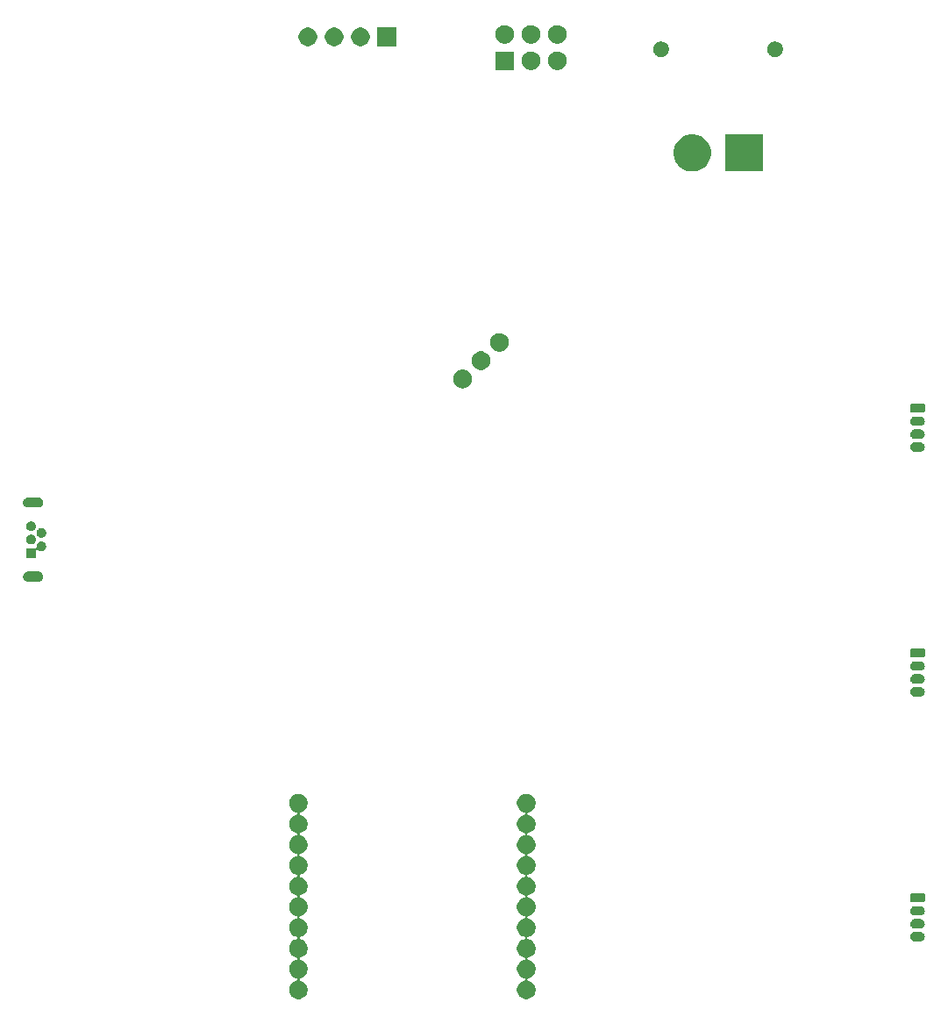
<source format=gbr>
G04 #@! TF.GenerationSoftware,KiCad,Pcbnew,(5.1.5)-3*
G04 #@! TF.CreationDate,2020-04-11T17:23:27+08:00*
G04 #@! TF.ProjectId,Misaka,4d697361-6b61-42e6-9b69-6361645f7063,rev?*
G04 #@! TF.SameCoordinates,Original*
G04 #@! TF.FileFunction,Soldermask,Bot*
G04 #@! TF.FilePolarity,Negative*
%FSLAX46Y46*%
G04 Gerber Fmt 4.6, Leading zero omitted, Abs format (unit mm)*
G04 Created by KiCad (PCBNEW (5.1.5)-3) date 2020-04-11 17:23:27*
%MOMM*%
%LPD*%
G04 APERTURE LIST*
%ADD10C,0.100000*%
G04 APERTURE END LIST*
D10*
G36*
X69013512Y-99453927D02*
G01*
X69162812Y-99483624D01*
X69326784Y-99551544D01*
X69474354Y-99650147D01*
X69599853Y-99775646D01*
X69698456Y-99923216D01*
X69766376Y-100087188D01*
X69801000Y-100261259D01*
X69801000Y-100438741D01*
X69766376Y-100612812D01*
X69698456Y-100776784D01*
X69599853Y-100924354D01*
X69474354Y-101049853D01*
X69326784Y-101148456D01*
X69162812Y-101216376D01*
X69107362Y-101227405D01*
X69083922Y-101234516D01*
X69062311Y-101246067D01*
X69043369Y-101261613D01*
X69027824Y-101280555D01*
X69016273Y-101302165D01*
X69009160Y-101325614D01*
X69006758Y-101350000D01*
X69009160Y-101374387D01*
X69016273Y-101397835D01*
X69027824Y-101419446D01*
X69043370Y-101438388D01*
X69062312Y-101453933D01*
X69083922Y-101465484D01*
X69107362Y-101472595D01*
X69162812Y-101483624D01*
X69326784Y-101551544D01*
X69474354Y-101650147D01*
X69599853Y-101775646D01*
X69698456Y-101923216D01*
X69766376Y-102087188D01*
X69801000Y-102261259D01*
X69801000Y-102438741D01*
X69766376Y-102612812D01*
X69698456Y-102776784D01*
X69599853Y-102924354D01*
X69474354Y-103049853D01*
X69326784Y-103148456D01*
X69162812Y-103216376D01*
X69107362Y-103227405D01*
X69083922Y-103234516D01*
X69062311Y-103246067D01*
X69043369Y-103261613D01*
X69027824Y-103280555D01*
X69016273Y-103302165D01*
X69009160Y-103325614D01*
X69006758Y-103350000D01*
X69009160Y-103374387D01*
X69016273Y-103397835D01*
X69027824Y-103419446D01*
X69043370Y-103438388D01*
X69062312Y-103453933D01*
X69083922Y-103465484D01*
X69107362Y-103472595D01*
X69162812Y-103483624D01*
X69326784Y-103551544D01*
X69474354Y-103650147D01*
X69599853Y-103775646D01*
X69698456Y-103923216D01*
X69766376Y-104087188D01*
X69801000Y-104261259D01*
X69801000Y-104438741D01*
X69766376Y-104612812D01*
X69698456Y-104776784D01*
X69599853Y-104924354D01*
X69474354Y-105049853D01*
X69326784Y-105148456D01*
X69162812Y-105216376D01*
X69107362Y-105227405D01*
X69083922Y-105234516D01*
X69062311Y-105246067D01*
X69043369Y-105261613D01*
X69027824Y-105280555D01*
X69016273Y-105302165D01*
X69009160Y-105325614D01*
X69006758Y-105350000D01*
X69009160Y-105374387D01*
X69016273Y-105397835D01*
X69027824Y-105419446D01*
X69043370Y-105438388D01*
X69062312Y-105453933D01*
X69083922Y-105465484D01*
X69107362Y-105472595D01*
X69162812Y-105483624D01*
X69326784Y-105551544D01*
X69474354Y-105650147D01*
X69599853Y-105775646D01*
X69698456Y-105923216D01*
X69766376Y-106087188D01*
X69801000Y-106261259D01*
X69801000Y-106438741D01*
X69766376Y-106612812D01*
X69698456Y-106776784D01*
X69599853Y-106924354D01*
X69474354Y-107049853D01*
X69326784Y-107148456D01*
X69162812Y-107216376D01*
X69107362Y-107227405D01*
X69083922Y-107234516D01*
X69062311Y-107246067D01*
X69043369Y-107261613D01*
X69027824Y-107280555D01*
X69016273Y-107302165D01*
X69009160Y-107325614D01*
X69006758Y-107350000D01*
X69009160Y-107374387D01*
X69016273Y-107397835D01*
X69027824Y-107419446D01*
X69043370Y-107438388D01*
X69062312Y-107453933D01*
X69083922Y-107465484D01*
X69107362Y-107472595D01*
X69162812Y-107483624D01*
X69326784Y-107551544D01*
X69474354Y-107650147D01*
X69599853Y-107775646D01*
X69698456Y-107923216D01*
X69766376Y-108087188D01*
X69801000Y-108261259D01*
X69801000Y-108438741D01*
X69766376Y-108612812D01*
X69698456Y-108776784D01*
X69599853Y-108924354D01*
X69474354Y-109049853D01*
X69326784Y-109148456D01*
X69162812Y-109216376D01*
X69107362Y-109227405D01*
X69083922Y-109234516D01*
X69062311Y-109246067D01*
X69043369Y-109261613D01*
X69027824Y-109280555D01*
X69016273Y-109302165D01*
X69009160Y-109325614D01*
X69006758Y-109350000D01*
X69009160Y-109374387D01*
X69016273Y-109397835D01*
X69027824Y-109419446D01*
X69043370Y-109438388D01*
X69062312Y-109453933D01*
X69083922Y-109465484D01*
X69107362Y-109472595D01*
X69162812Y-109483624D01*
X69326784Y-109551544D01*
X69474354Y-109650147D01*
X69599853Y-109775646D01*
X69698456Y-109923216D01*
X69766376Y-110087188D01*
X69801000Y-110261259D01*
X69801000Y-110438741D01*
X69766376Y-110612812D01*
X69698456Y-110776784D01*
X69599853Y-110924354D01*
X69474354Y-111049853D01*
X69326784Y-111148456D01*
X69162812Y-111216376D01*
X69107362Y-111227405D01*
X69083922Y-111234516D01*
X69062311Y-111246067D01*
X69043369Y-111261613D01*
X69027824Y-111280555D01*
X69016273Y-111302165D01*
X69009160Y-111325614D01*
X69006758Y-111350000D01*
X69009160Y-111374387D01*
X69016273Y-111397835D01*
X69027824Y-111419446D01*
X69043370Y-111438388D01*
X69062312Y-111453933D01*
X69083922Y-111465484D01*
X69107362Y-111472595D01*
X69162812Y-111483624D01*
X69326784Y-111551544D01*
X69474354Y-111650147D01*
X69599853Y-111775646D01*
X69698456Y-111923216D01*
X69766376Y-112087188D01*
X69801000Y-112261259D01*
X69801000Y-112438741D01*
X69766376Y-112612812D01*
X69698456Y-112776784D01*
X69599853Y-112924354D01*
X69474354Y-113049853D01*
X69326784Y-113148456D01*
X69162812Y-113216376D01*
X69107362Y-113227405D01*
X69083922Y-113234516D01*
X69062311Y-113246067D01*
X69043369Y-113261613D01*
X69027824Y-113280555D01*
X69016273Y-113302165D01*
X69009160Y-113325614D01*
X69006758Y-113350000D01*
X69009160Y-113374387D01*
X69016273Y-113397835D01*
X69027824Y-113419446D01*
X69043370Y-113438388D01*
X69062312Y-113453933D01*
X69083922Y-113465484D01*
X69107362Y-113472595D01*
X69162812Y-113483624D01*
X69326784Y-113551544D01*
X69474354Y-113650147D01*
X69599853Y-113775646D01*
X69698456Y-113923216D01*
X69766376Y-114087188D01*
X69801000Y-114261259D01*
X69801000Y-114438741D01*
X69766376Y-114612812D01*
X69698456Y-114776784D01*
X69599853Y-114924354D01*
X69474354Y-115049853D01*
X69326784Y-115148456D01*
X69162812Y-115216376D01*
X69107362Y-115227405D01*
X69083922Y-115234516D01*
X69062311Y-115246067D01*
X69043369Y-115261613D01*
X69027824Y-115280555D01*
X69016273Y-115302165D01*
X69009160Y-115325614D01*
X69006758Y-115350000D01*
X69009160Y-115374387D01*
X69016273Y-115397835D01*
X69027824Y-115419446D01*
X69043370Y-115438388D01*
X69062312Y-115453933D01*
X69083922Y-115465484D01*
X69107362Y-115472595D01*
X69162812Y-115483624D01*
X69326784Y-115551544D01*
X69474354Y-115650147D01*
X69599853Y-115775646D01*
X69698456Y-115923216D01*
X69766376Y-116087188D01*
X69801000Y-116261259D01*
X69801000Y-116438741D01*
X69766376Y-116612812D01*
X69698456Y-116776784D01*
X69599853Y-116924354D01*
X69474354Y-117049853D01*
X69326784Y-117148456D01*
X69162812Y-117216376D01*
X69107362Y-117227405D01*
X69083922Y-117234516D01*
X69062311Y-117246067D01*
X69043369Y-117261613D01*
X69027824Y-117280555D01*
X69016273Y-117302165D01*
X69009160Y-117325614D01*
X69006758Y-117350000D01*
X69009160Y-117374387D01*
X69016273Y-117397835D01*
X69027824Y-117419446D01*
X69043370Y-117438388D01*
X69062312Y-117453933D01*
X69083922Y-117465484D01*
X69107362Y-117472595D01*
X69162812Y-117483624D01*
X69326784Y-117551544D01*
X69474354Y-117650147D01*
X69599853Y-117775646D01*
X69698456Y-117923216D01*
X69766376Y-118087188D01*
X69801000Y-118261259D01*
X69801000Y-118438741D01*
X69766376Y-118612812D01*
X69698456Y-118776784D01*
X69599853Y-118924354D01*
X69474354Y-119049853D01*
X69326784Y-119148456D01*
X69162812Y-119216376D01*
X69013512Y-119246073D01*
X68988742Y-119251000D01*
X68811258Y-119251000D01*
X68786488Y-119246073D01*
X68637188Y-119216376D01*
X68473216Y-119148456D01*
X68325646Y-119049853D01*
X68200147Y-118924354D01*
X68101544Y-118776784D01*
X68033624Y-118612812D01*
X67999000Y-118438741D01*
X67999000Y-118261259D01*
X68033624Y-118087188D01*
X68101544Y-117923216D01*
X68200147Y-117775646D01*
X68325646Y-117650147D01*
X68473216Y-117551544D01*
X68637188Y-117483624D01*
X68692638Y-117472595D01*
X68716078Y-117465484D01*
X68737689Y-117453933D01*
X68756631Y-117438387D01*
X68772176Y-117419445D01*
X68783727Y-117397835D01*
X68790840Y-117374386D01*
X68793242Y-117350000D01*
X68790840Y-117325613D01*
X68783727Y-117302165D01*
X68772176Y-117280554D01*
X68756630Y-117261612D01*
X68737688Y-117246067D01*
X68716078Y-117234516D01*
X68692638Y-117227405D01*
X68637188Y-117216376D01*
X68473216Y-117148456D01*
X68325646Y-117049853D01*
X68200147Y-116924354D01*
X68101544Y-116776784D01*
X68033624Y-116612812D01*
X67999000Y-116438741D01*
X67999000Y-116261259D01*
X68033624Y-116087188D01*
X68101544Y-115923216D01*
X68200147Y-115775646D01*
X68325646Y-115650147D01*
X68473216Y-115551544D01*
X68637188Y-115483624D01*
X68692638Y-115472595D01*
X68716078Y-115465484D01*
X68737689Y-115453933D01*
X68756631Y-115438387D01*
X68772176Y-115419445D01*
X68783727Y-115397835D01*
X68790840Y-115374386D01*
X68793242Y-115350000D01*
X68790840Y-115325613D01*
X68783727Y-115302165D01*
X68772176Y-115280554D01*
X68756630Y-115261612D01*
X68737688Y-115246067D01*
X68716078Y-115234516D01*
X68692638Y-115227405D01*
X68637188Y-115216376D01*
X68473216Y-115148456D01*
X68325646Y-115049853D01*
X68200147Y-114924354D01*
X68101544Y-114776784D01*
X68033624Y-114612812D01*
X67999000Y-114438741D01*
X67999000Y-114261259D01*
X68033624Y-114087188D01*
X68101544Y-113923216D01*
X68200147Y-113775646D01*
X68325646Y-113650147D01*
X68473216Y-113551544D01*
X68637188Y-113483624D01*
X68692638Y-113472595D01*
X68716078Y-113465484D01*
X68737689Y-113453933D01*
X68756631Y-113438387D01*
X68772176Y-113419445D01*
X68783727Y-113397835D01*
X68790840Y-113374386D01*
X68793242Y-113350000D01*
X68790840Y-113325613D01*
X68783727Y-113302165D01*
X68772176Y-113280554D01*
X68756630Y-113261612D01*
X68737688Y-113246067D01*
X68716078Y-113234516D01*
X68692638Y-113227405D01*
X68637188Y-113216376D01*
X68473216Y-113148456D01*
X68325646Y-113049853D01*
X68200147Y-112924354D01*
X68101544Y-112776784D01*
X68033624Y-112612812D01*
X67999000Y-112438741D01*
X67999000Y-112261259D01*
X68033624Y-112087188D01*
X68101544Y-111923216D01*
X68200147Y-111775646D01*
X68325646Y-111650147D01*
X68473216Y-111551544D01*
X68637188Y-111483624D01*
X68692638Y-111472595D01*
X68716078Y-111465484D01*
X68737689Y-111453933D01*
X68756631Y-111438387D01*
X68772176Y-111419445D01*
X68783727Y-111397835D01*
X68790840Y-111374386D01*
X68793242Y-111350000D01*
X68790840Y-111325613D01*
X68783727Y-111302165D01*
X68772176Y-111280554D01*
X68756630Y-111261612D01*
X68737688Y-111246067D01*
X68716078Y-111234516D01*
X68692638Y-111227405D01*
X68637188Y-111216376D01*
X68473216Y-111148456D01*
X68325646Y-111049853D01*
X68200147Y-110924354D01*
X68101544Y-110776784D01*
X68033624Y-110612812D01*
X67999000Y-110438741D01*
X67999000Y-110261259D01*
X68033624Y-110087188D01*
X68101544Y-109923216D01*
X68200147Y-109775646D01*
X68325646Y-109650147D01*
X68473216Y-109551544D01*
X68637188Y-109483624D01*
X68692638Y-109472595D01*
X68716078Y-109465484D01*
X68737689Y-109453933D01*
X68756631Y-109438387D01*
X68772176Y-109419445D01*
X68783727Y-109397835D01*
X68790840Y-109374386D01*
X68793242Y-109350000D01*
X68790840Y-109325613D01*
X68783727Y-109302165D01*
X68772176Y-109280554D01*
X68756630Y-109261612D01*
X68737688Y-109246067D01*
X68716078Y-109234516D01*
X68692638Y-109227405D01*
X68637188Y-109216376D01*
X68473216Y-109148456D01*
X68325646Y-109049853D01*
X68200147Y-108924354D01*
X68101544Y-108776784D01*
X68033624Y-108612812D01*
X67999000Y-108438741D01*
X67999000Y-108261259D01*
X68033624Y-108087188D01*
X68101544Y-107923216D01*
X68200147Y-107775646D01*
X68325646Y-107650147D01*
X68473216Y-107551544D01*
X68637188Y-107483624D01*
X68692638Y-107472595D01*
X68716078Y-107465484D01*
X68737689Y-107453933D01*
X68756631Y-107438387D01*
X68772176Y-107419445D01*
X68783727Y-107397835D01*
X68790840Y-107374386D01*
X68793242Y-107350000D01*
X68790840Y-107325613D01*
X68783727Y-107302165D01*
X68772176Y-107280554D01*
X68756630Y-107261612D01*
X68737688Y-107246067D01*
X68716078Y-107234516D01*
X68692638Y-107227405D01*
X68637188Y-107216376D01*
X68473216Y-107148456D01*
X68325646Y-107049853D01*
X68200147Y-106924354D01*
X68101544Y-106776784D01*
X68033624Y-106612812D01*
X67999000Y-106438741D01*
X67999000Y-106261259D01*
X68033624Y-106087188D01*
X68101544Y-105923216D01*
X68200147Y-105775646D01*
X68325646Y-105650147D01*
X68473216Y-105551544D01*
X68637188Y-105483624D01*
X68692638Y-105472595D01*
X68716078Y-105465484D01*
X68737689Y-105453933D01*
X68756631Y-105438387D01*
X68772176Y-105419445D01*
X68783727Y-105397835D01*
X68790840Y-105374386D01*
X68793242Y-105350000D01*
X68790840Y-105325613D01*
X68783727Y-105302165D01*
X68772176Y-105280554D01*
X68756630Y-105261612D01*
X68737688Y-105246067D01*
X68716078Y-105234516D01*
X68692638Y-105227405D01*
X68637188Y-105216376D01*
X68473216Y-105148456D01*
X68325646Y-105049853D01*
X68200147Y-104924354D01*
X68101544Y-104776784D01*
X68033624Y-104612812D01*
X67999000Y-104438741D01*
X67999000Y-104261259D01*
X68033624Y-104087188D01*
X68101544Y-103923216D01*
X68200147Y-103775646D01*
X68325646Y-103650147D01*
X68473216Y-103551544D01*
X68637188Y-103483624D01*
X68692638Y-103472595D01*
X68716078Y-103465484D01*
X68737689Y-103453933D01*
X68756631Y-103438387D01*
X68772176Y-103419445D01*
X68783727Y-103397835D01*
X68790840Y-103374386D01*
X68793242Y-103350000D01*
X68790840Y-103325613D01*
X68783727Y-103302165D01*
X68772176Y-103280554D01*
X68756630Y-103261612D01*
X68737688Y-103246067D01*
X68716078Y-103234516D01*
X68692638Y-103227405D01*
X68637188Y-103216376D01*
X68473216Y-103148456D01*
X68325646Y-103049853D01*
X68200147Y-102924354D01*
X68101544Y-102776784D01*
X68033624Y-102612812D01*
X67999000Y-102438741D01*
X67999000Y-102261259D01*
X68033624Y-102087188D01*
X68101544Y-101923216D01*
X68200147Y-101775646D01*
X68325646Y-101650147D01*
X68473216Y-101551544D01*
X68637188Y-101483624D01*
X68692638Y-101472595D01*
X68716078Y-101465484D01*
X68737689Y-101453933D01*
X68756631Y-101438387D01*
X68772176Y-101419445D01*
X68783727Y-101397835D01*
X68790840Y-101374386D01*
X68793242Y-101350000D01*
X68790840Y-101325613D01*
X68783727Y-101302165D01*
X68772176Y-101280554D01*
X68756630Y-101261612D01*
X68737688Y-101246067D01*
X68716078Y-101234516D01*
X68692638Y-101227405D01*
X68637188Y-101216376D01*
X68473216Y-101148456D01*
X68325646Y-101049853D01*
X68200147Y-100924354D01*
X68101544Y-100776784D01*
X68033624Y-100612812D01*
X67999000Y-100438741D01*
X67999000Y-100261259D01*
X68033624Y-100087188D01*
X68101544Y-99923216D01*
X68200147Y-99775646D01*
X68325646Y-99650147D01*
X68473216Y-99551544D01*
X68637188Y-99483624D01*
X68786488Y-99453927D01*
X68811258Y-99449000D01*
X68988742Y-99449000D01*
X69013512Y-99453927D01*
G37*
G36*
X47013512Y-99453927D02*
G01*
X47162812Y-99483624D01*
X47326784Y-99551544D01*
X47474354Y-99650147D01*
X47599853Y-99775646D01*
X47698456Y-99923216D01*
X47766376Y-100087188D01*
X47801000Y-100261259D01*
X47801000Y-100438741D01*
X47766376Y-100612812D01*
X47698456Y-100776784D01*
X47599853Y-100924354D01*
X47474354Y-101049853D01*
X47326784Y-101148456D01*
X47162812Y-101216376D01*
X47107362Y-101227405D01*
X47083922Y-101234516D01*
X47062311Y-101246067D01*
X47043369Y-101261613D01*
X47027824Y-101280555D01*
X47016273Y-101302165D01*
X47009160Y-101325614D01*
X47006758Y-101350000D01*
X47009160Y-101374387D01*
X47016273Y-101397835D01*
X47027824Y-101419446D01*
X47043370Y-101438388D01*
X47062312Y-101453933D01*
X47083922Y-101465484D01*
X47107362Y-101472595D01*
X47162812Y-101483624D01*
X47326784Y-101551544D01*
X47474354Y-101650147D01*
X47599853Y-101775646D01*
X47698456Y-101923216D01*
X47766376Y-102087188D01*
X47801000Y-102261259D01*
X47801000Y-102438741D01*
X47766376Y-102612812D01*
X47698456Y-102776784D01*
X47599853Y-102924354D01*
X47474354Y-103049853D01*
X47326784Y-103148456D01*
X47162812Y-103216376D01*
X47107362Y-103227405D01*
X47083922Y-103234516D01*
X47062311Y-103246067D01*
X47043369Y-103261613D01*
X47027824Y-103280555D01*
X47016273Y-103302165D01*
X47009160Y-103325614D01*
X47006758Y-103350000D01*
X47009160Y-103374387D01*
X47016273Y-103397835D01*
X47027824Y-103419446D01*
X47043370Y-103438388D01*
X47062312Y-103453933D01*
X47083922Y-103465484D01*
X47107362Y-103472595D01*
X47162812Y-103483624D01*
X47326784Y-103551544D01*
X47474354Y-103650147D01*
X47599853Y-103775646D01*
X47698456Y-103923216D01*
X47766376Y-104087188D01*
X47801000Y-104261259D01*
X47801000Y-104438741D01*
X47766376Y-104612812D01*
X47698456Y-104776784D01*
X47599853Y-104924354D01*
X47474354Y-105049853D01*
X47326784Y-105148456D01*
X47162812Y-105216376D01*
X47107362Y-105227405D01*
X47083922Y-105234516D01*
X47062311Y-105246067D01*
X47043369Y-105261613D01*
X47027824Y-105280555D01*
X47016273Y-105302165D01*
X47009160Y-105325614D01*
X47006758Y-105350000D01*
X47009160Y-105374387D01*
X47016273Y-105397835D01*
X47027824Y-105419446D01*
X47043370Y-105438388D01*
X47062312Y-105453933D01*
X47083922Y-105465484D01*
X47107362Y-105472595D01*
X47162812Y-105483624D01*
X47326784Y-105551544D01*
X47474354Y-105650147D01*
X47599853Y-105775646D01*
X47698456Y-105923216D01*
X47766376Y-106087188D01*
X47801000Y-106261259D01*
X47801000Y-106438741D01*
X47766376Y-106612812D01*
X47698456Y-106776784D01*
X47599853Y-106924354D01*
X47474354Y-107049853D01*
X47326784Y-107148456D01*
X47162812Y-107216376D01*
X47107362Y-107227405D01*
X47083922Y-107234516D01*
X47062311Y-107246067D01*
X47043369Y-107261613D01*
X47027824Y-107280555D01*
X47016273Y-107302165D01*
X47009160Y-107325614D01*
X47006758Y-107350000D01*
X47009160Y-107374387D01*
X47016273Y-107397835D01*
X47027824Y-107419446D01*
X47043370Y-107438388D01*
X47062312Y-107453933D01*
X47083922Y-107465484D01*
X47107362Y-107472595D01*
X47162812Y-107483624D01*
X47326784Y-107551544D01*
X47474354Y-107650147D01*
X47599853Y-107775646D01*
X47698456Y-107923216D01*
X47766376Y-108087188D01*
X47801000Y-108261259D01*
X47801000Y-108438741D01*
X47766376Y-108612812D01*
X47698456Y-108776784D01*
X47599853Y-108924354D01*
X47474354Y-109049853D01*
X47326784Y-109148456D01*
X47162812Y-109216376D01*
X47107362Y-109227405D01*
X47083922Y-109234516D01*
X47062311Y-109246067D01*
X47043369Y-109261613D01*
X47027824Y-109280555D01*
X47016273Y-109302165D01*
X47009160Y-109325614D01*
X47006758Y-109350000D01*
X47009160Y-109374387D01*
X47016273Y-109397835D01*
X47027824Y-109419446D01*
X47043370Y-109438388D01*
X47062312Y-109453933D01*
X47083922Y-109465484D01*
X47107362Y-109472595D01*
X47162812Y-109483624D01*
X47326784Y-109551544D01*
X47474354Y-109650147D01*
X47599853Y-109775646D01*
X47698456Y-109923216D01*
X47766376Y-110087188D01*
X47801000Y-110261259D01*
X47801000Y-110438741D01*
X47766376Y-110612812D01*
X47698456Y-110776784D01*
X47599853Y-110924354D01*
X47474354Y-111049853D01*
X47326784Y-111148456D01*
X47162812Y-111216376D01*
X47107362Y-111227405D01*
X47083922Y-111234516D01*
X47062311Y-111246067D01*
X47043369Y-111261613D01*
X47027824Y-111280555D01*
X47016273Y-111302165D01*
X47009160Y-111325614D01*
X47006758Y-111350000D01*
X47009160Y-111374387D01*
X47016273Y-111397835D01*
X47027824Y-111419446D01*
X47043370Y-111438388D01*
X47062312Y-111453933D01*
X47083922Y-111465484D01*
X47107362Y-111472595D01*
X47162812Y-111483624D01*
X47326784Y-111551544D01*
X47474354Y-111650147D01*
X47599853Y-111775646D01*
X47698456Y-111923216D01*
X47766376Y-112087188D01*
X47801000Y-112261259D01*
X47801000Y-112438741D01*
X47766376Y-112612812D01*
X47698456Y-112776784D01*
X47599853Y-112924354D01*
X47474354Y-113049853D01*
X47326784Y-113148456D01*
X47162812Y-113216376D01*
X47107362Y-113227405D01*
X47083922Y-113234516D01*
X47062311Y-113246067D01*
X47043369Y-113261613D01*
X47027824Y-113280555D01*
X47016273Y-113302165D01*
X47009160Y-113325614D01*
X47006758Y-113350000D01*
X47009160Y-113374387D01*
X47016273Y-113397835D01*
X47027824Y-113419446D01*
X47043370Y-113438388D01*
X47062312Y-113453933D01*
X47083922Y-113465484D01*
X47107362Y-113472595D01*
X47162812Y-113483624D01*
X47326784Y-113551544D01*
X47474354Y-113650147D01*
X47599853Y-113775646D01*
X47698456Y-113923216D01*
X47766376Y-114087188D01*
X47801000Y-114261259D01*
X47801000Y-114438741D01*
X47766376Y-114612812D01*
X47698456Y-114776784D01*
X47599853Y-114924354D01*
X47474354Y-115049853D01*
X47326784Y-115148456D01*
X47162812Y-115216376D01*
X47107362Y-115227405D01*
X47083922Y-115234516D01*
X47062311Y-115246067D01*
X47043369Y-115261613D01*
X47027824Y-115280555D01*
X47016273Y-115302165D01*
X47009160Y-115325614D01*
X47006758Y-115350000D01*
X47009160Y-115374387D01*
X47016273Y-115397835D01*
X47027824Y-115419446D01*
X47043370Y-115438388D01*
X47062312Y-115453933D01*
X47083922Y-115465484D01*
X47107362Y-115472595D01*
X47162812Y-115483624D01*
X47326784Y-115551544D01*
X47474354Y-115650147D01*
X47599853Y-115775646D01*
X47698456Y-115923216D01*
X47766376Y-116087188D01*
X47801000Y-116261259D01*
X47801000Y-116438741D01*
X47766376Y-116612812D01*
X47698456Y-116776784D01*
X47599853Y-116924354D01*
X47474354Y-117049853D01*
X47326784Y-117148456D01*
X47162812Y-117216376D01*
X47107362Y-117227405D01*
X47083922Y-117234516D01*
X47062311Y-117246067D01*
X47043369Y-117261613D01*
X47027824Y-117280555D01*
X47016273Y-117302165D01*
X47009160Y-117325614D01*
X47006758Y-117350000D01*
X47009160Y-117374387D01*
X47016273Y-117397835D01*
X47027824Y-117419446D01*
X47043370Y-117438388D01*
X47062312Y-117453933D01*
X47083922Y-117465484D01*
X47107362Y-117472595D01*
X47162812Y-117483624D01*
X47326784Y-117551544D01*
X47474354Y-117650147D01*
X47599853Y-117775646D01*
X47698456Y-117923216D01*
X47766376Y-118087188D01*
X47801000Y-118261259D01*
X47801000Y-118438741D01*
X47766376Y-118612812D01*
X47698456Y-118776784D01*
X47599853Y-118924354D01*
X47474354Y-119049853D01*
X47326784Y-119148456D01*
X47162812Y-119216376D01*
X47013512Y-119246073D01*
X46988742Y-119251000D01*
X46811258Y-119251000D01*
X46786488Y-119246073D01*
X46637188Y-119216376D01*
X46473216Y-119148456D01*
X46325646Y-119049853D01*
X46200147Y-118924354D01*
X46101544Y-118776784D01*
X46033624Y-118612812D01*
X45999000Y-118438741D01*
X45999000Y-118261259D01*
X46033624Y-118087188D01*
X46101544Y-117923216D01*
X46200147Y-117775646D01*
X46325646Y-117650147D01*
X46473216Y-117551544D01*
X46637188Y-117483624D01*
X46692638Y-117472595D01*
X46716078Y-117465484D01*
X46737689Y-117453933D01*
X46756631Y-117438387D01*
X46772176Y-117419445D01*
X46783727Y-117397835D01*
X46790840Y-117374386D01*
X46793242Y-117350000D01*
X46790840Y-117325613D01*
X46783727Y-117302165D01*
X46772176Y-117280554D01*
X46756630Y-117261612D01*
X46737688Y-117246067D01*
X46716078Y-117234516D01*
X46692638Y-117227405D01*
X46637188Y-117216376D01*
X46473216Y-117148456D01*
X46325646Y-117049853D01*
X46200147Y-116924354D01*
X46101544Y-116776784D01*
X46033624Y-116612812D01*
X45999000Y-116438741D01*
X45999000Y-116261259D01*
X46033624Y-116087188D01*
X46101544Y-115923216D01*
X46200147Y-115775646D01*
X46325646Y-115650147D01*
X46473216Y-115551544D01*
X46637188Y-115483624D01*
X46692638Y-115472595D01*
X46716078Y-115465484D01*
X46737689Y-115453933D01*
X46756631Y-115438387D01*
X46772176Y-115419445D01*
X46783727Y-115397835D01*
X46790840Y-115374386D01*
X46793242Y-115350000D01*
X46790840Y-115325613D01*
X46783727Y-115302165D01*
X46772176Y-115280554D01*
X46756630Y-115261612D01*
X46737688Y-115246067D01*
X46716078Y-115234516D01*
X46692638Y-115227405D01*
X46637188Y-115216376D01*
X46473216Y-115148456D01*
X46325646Y-115049853D01*
X46200147Y-114924354D01*
X46101544Y-114776784D01*
X46033624Y-114612812D01*
X45999000Y-114438741D01*
X45999000Y-114261259D01*
X46033624Y-114087188D01*
X46101544Y-113923216D01*
X46200147Y-113775646D01*
X46325646Y-113650147D01*
X46473216Y-113551544D01*
X46637188Y-113483624D01*
X46692638Y-113472595D01*
X46716078Y-113465484D01*
X46737689Y-113453933D01*
X46756631Y-113438387D01*
X46772176Y-113419445D01*
X46783727Y-113397835D01*
X46790840Y-113374386D01*
X46793242Y-113350000D01*
X46790840Y-113325613D01*
X46783727Y-113302165D01*
X46772176Y-113280554D01*
X46756630Y-113261612D01*
X46737688Y-113246067D01*
X46716078Y-113234516D01*
X46692638Y-113227405D01*
X46637188Y-113216376D01*
X46473216Y-113148456D01*
X46325646Y-113049853D01*
X46200147Y-112924354D01*
X46101544Y-112776784D01*
X46033624Y-112612812D01*
X45999000Y-112438741D01*
X45999000Y-112261259D01*
X46033624Y-112087188D01*
X46101544Y-111923216D01*
X46200147Y-111775646D01*
X46325646Y-111650147D01*
X46473216Y-111551544D01*
X46637188Y-111483624D01*
X46692638Y-111472595D01*
X46716078Y-111465484D01*
X46737689Y-111453933D01*
X46756631Y-111438387D01*
X46772176Y-111419445D01*
X46783727Y-111397835D01*
X46790840Y-111374386D01*
X46793242Y-111350000D01*
X46790840Y-111325613D01*
X46783727Y-111302165D01*
X46772176Y-111280554D01*
X46756630Y-111261612D01*
X46737688Y-111246067D01*
X46716078Y-111234516D01*
X46692638Y-111227405D01*
X46637188Y-111216376D01*
X46473216Y-111148456D01*
X46325646Y-111049853D01*
X46200147Y-110924354D01*
X46101544Y-110776784D01*
X46033624Y-110612812D01*
X45999000Y-110438741D01*
X45999000Y-110261259D01*
X46033624Y-110087188D01*
X46101544Y-109923216D01*
X46200147Y-109775646D01*
X46325646Y-109650147D01*
X46473216Y-109551544D01*
X46637188Y-109483624D01*
X46692638Y-109472595D01*
X46716078Y-109465484D01*
X46737689Y-109453933D01*
X46756631Y-109438387D01*
X46772176Y-109419445D01*
X46783727Y-109397835D01*
X46790840Y-109374386D01*
X46793242Y-109350000D01*
X46790840Y-109325613D01*
X46783727Y-109302165D01*
X46772176Y-109280554D01*
X46756630Y-109261612D01*
X46737688Y-109246067D01*
X46716078Y-109234516D01*
X46692638Y-109227405D01*
X46637188Y-109216376D01*
X46473216Y-109148456D01*
X46325646Y-109049853D01*
X46200147Y-108924354D01*
X46101544Y-108776784D01*
X46033624Y-108612812D01*
X45999000Y-108438741D01*
X45999000Y-108261259D01*
X46033624Y-108087188D01*
X46101544Y-107923216D01*
X46200147Y-107775646D01*
X46325646Y-107650147D01*
X46473216Y-107551544D01*
X46637188Y-107483624D01*
X46692638Y-107472595D01*
X46716078Y-107465484D01*
X46737689Y-107453933D01*
X46756631Y-107438387D01*
X46772176Y-107419445D01*
X46783727Y-107397835D01*
X46790840Y-107374386D01*
X46793242Y-107350000D01*
X46790840Y-107325613D01*
X46783727Y-107302165D01*
X46772176Y-107280554D01*
X46756630Y-107261612D01*
X46737688Y-107246067D01*
X46716078Y-107234516D01*
X46692638Y-107227405D01*
X46637188Y-107216376D01*
X46473216Y-107148456D01*
X46325646Y-107049853D01*
X46200147Y-106924354D01*
X46101544Y-106776784D01*
X46033624Y-106612812D01*
X45999000Y-106438741D01*
X45999000Y-106261259D01*
X46033624Y-106087188D01*
X46101544Y-105923216D01*
X46200147Y-105775646D01*
X46325646Y-105650147D01*
X46473216Y-105551544D01*
X46637188Y-105483624D01*
X46692638Y-105472595D01*
X46716078Y-105465484D01*
X46737689Y-105453933D01*
X46756631Y-105438387D01*
X46772176Y-105419445D01*
X46783727Y-105397835D01*
X46790840Y-105374386D01*
X46793242Y-105350000D01*
X46790840Y-105325613D01*
X46783727Y-105302165D01*
X46772176Y-105280554D01*
X46756630Y-105261612D01*
X46737688Y-105246067D01*
X46716078Y-105234516D01*
X46692638Y-105227405D01*
X46637188Y-105216376D01*
X46473216Y-105148456D01*
X46325646Y-105049853D01*
X46200147Y-104924354D01*
X46101544Y-104776784D01*
X46033624Y-104612812D01*
X45999000Y-104438741D01*
X45999000Y-104261259D01*
X46033624Y-104087188D01*
X46101544Y-103923216D01*
X46200147Y-103775646D01*
X46325646Y-103650147D01*
X46473216Y-103551544D01*
X46637188Y-103483624D01*
X46692638Y-103472595D01*
X46716078Y-103465484D01*
X46737689Y-103453933D01*
X46756631Y-103438387D01*
X46772176Y-103419445D01*
X46783727Y-103397835D01*
X46790840Y-103374386D01*
X46793242Y-103350000D01*
X46790840Y-103325613D01*
X46783727Y-103302165D01*
X46772176Y-103280554D01*
X46756630Y-103261612D01*
X46737688Y-103246067D01*
X46716078Y-103234516D01*
X46692638Y-103227405D01*
X46637188Y-103216376D01*
X46473216Y-103148456D01*
X46325646Y-103049853D01*
X46200147Y-102924354D01*
X46101544Y-102776784D01*
X46033624Y-102612812D01*
X45999000Y-102438741D01*
X45999000Y-102261259D01*
X46033624Y-102087188D01*
X46101544Y-101923216D01*
X46200147Y-101775646D01*
X46325646Y-101650147D01*
X46473216Y-101551544D01*
X46637188Y-101483624D01*
X46692638Y-101472595D01*
X46716078Y-101465484D01*
X46737689Y-101453933D01*
X46756631Y-101438387D01*
X46772176Y-101419445D01*
X46783727Y-101397835D01*
X46790840Y-101374386D01*
X46793242Y-101350000D01*
X46790840Y-101325613D01*
X46783727Y-101302165D01*
X46772176Y-101280554D01*
X46756630Y-101261612D01*
X46737688Y-101246067D01*
X46716078Y-101234516D01*
X46692638Y-101227405D01*
X46637188Y-101216376D01*
X46473216Y-101148456D01*
X46325646Y-101049853D01*
X46200147Y-100924354D01*
X46101544Y-100776784D01*
X46033624Y-100612812D01*
X45999000Y-100438741D01*
X45999000Y-100261259D01*
X46033624Y-100087188D01*
X46101544Y-99923216D01*
X46200147Y-99775646D01*
X46325646Y-99650147D01*
X46473216Y-99551544D01*
X46637188Y-99483624D01*
X46786488Y-99453927D01*
X46811258Y-99449000D01*
X46988742Y-99449000D01*
X47013512Y-99453927D01*
G37*
G36*
X107018410Y-112779525D02*
G01*
X107103426Y-112805314D01*
X107181775Y-112847193D01*
X107250449Y-112903551D01*
X107306807Y-112972225D01*
X107348686Y-113050574D01*
X107374475Y-113135590D01*
X107383182Y-113224000D01*
X107374475Y-113312410D01*
X107348686Y-113397426D01*
X107306807Y-113475775D01*
X107250449Y-113544449D01*
X107181775Y-113600807D01*
X107103426Y-113642686D01*
X107018410Y-113668475D01*
X106952158Y-113675000D01*
X106407842Y-113675000D01*
X106341590Y-113668475D01*
X106256574Y-113642686D01*
X106178225Y-113600807D01*
X106109551Y-113544449D01*
X106053193Y-113475775D01*
X106011314Y-113397426D01*
X105985525Y-113312410D01*
X105976818Y-113224000D01*
X105985525Y-113135590D01*
X106011314Y-113050574D01*
X106053193Y-112972225D01*
X106109551Y-112903551D01*
X106178225Y-112847193D01*
X106256574Y-112805314D01*
X106341590Y-112779525D01*
X106407842Y-112773000D01*
X106952158Y-112773000D01*
X107018410Y-112779525D01*
G37*
G36*
X107018410Y-111529525D02*
G01*
X107103426Y-111555314D01*
X107181775Y-111597193D01*
X107250449Y-111653551D01*
X107306807Y-111722225D01*
X107348686Y-111800574D01*
X107374475Y-111885590D01*
X107383182Y-111974000D01*
X107374475Y-112062410D01*
X107348686Y-112147426D01*
X107306807Y-112225775D01*
X107250449Y-112294449D01*
X107181775Y-112350807D01*
X107103426Y-112392686D01*
X107018410Y-112418475D01*
X106952158Y-112425000D01*
X106407842Y-112425000D01*
X106341590Y-112418475D01*
X106256574Y-112392686D01*
X106178225Y-112350807D01*
X106109551Y-112294449D01*
X106053193Y-112225775D01*
X106011314Y-112147426D01*
X105985525Y-112062410D01*
X105976818Y-111974000D01*
X105985525Y-111885590D01*
X106011314Y-111800574D01*
X106053193Y-111722225D01*
X106109551Y-111653551D01*
X106178225Y-111597193D01*
X106256574Y-111555314D01*
X106341590Y-111529525D01*
X106407842Y-111523000D01*
X106952158Y-111523000D01*
X107018410Y-111529525D01*
G37*
G36*
X107018410Y-110279525D02*
G01*
X107103426Y-110305314D01*
X107181775Y-110347193D01*
X107250449Y-110403551D01*
X107306807Y-110472225D01*
X107348686Y-110550574D01*
X107374475Y-110635590D01*
X107383182Y-110724000D01*
X107374475Y-110812410D01*
X107348686Y-110897426D01*
X107306807Y-110975775D01*
X107250449Y-111044449D01*
X107181775Y-111100807D01*
X107103426Y-111142686D01*
X107018410Y-111168475D01*
X106952158Y-111175000D01*
X106407842Y-111175000D01*
X106341590Y-111168475D01*
X106256574Y-111142686D01*
X106178225Y-111100807D01*
X106109551Y-111044449D01*
X106053193Y-110975775D01*
X106011314Y-110897426D01*
X105985525Y-110812410D01*
X105976818Y-110724000D01*
X105985525Y-110635590D01*
X106011314Y-110550574D01*
X106053193Y-110472225D01*
X106109551Y-110403551D01*
X106178225Y-110347193D01*
X106256574Y-110305314D01*
X106341590Y-110279525D01*
X106407842Y-110273000D01*
X106952158Y-110273000D01*
X107018410Y-110279525D01*
G37*
G36*
X107249683Y-109026725D02*
G01*
X107280143Y-109035966D01*
X107308223Y-109050974D01*
X107332831Y-109071169D01*
X107353026Y-109095777D01*
X107368034Y-109123857D01*
X107377275Y-109154317D01*
X107381000Y-109192140D01*
X107381000Y-109755860D01*
X107377275Y-109793683D01*
X107368034Y-109824143D01*
X107353026Y-109852223D01*
X107332831Y-109876831D01*
X107308223Y-109897026D01*
X107280143Y-109912034D01*
X107249683Y-109921275D01*
X107211860Y-109925000D01*
X106148140Y-109925000D01*
X106110317Y-109921275D01*
X106079857Y-109912034D01*
X106051777Y-109897026D01*
X106027169Y-109876831D01*
X106006974Y-109852223D01*
X105991966Y-109824143D01*
X105982725Y-109793683D01*
X105979000Y-109755860D01*
X105979000Y-109192140D01*
X105982725Y-109154317D01*
X105991966Y-109123857D01*
X106006974Y-109095777D01*
X106027169Y-109071169D01*
X106051777Y-109050974D01*
X106079857Y-109035966D01*
X106110317Y-109026725D01*
X106148140Y-109023000D01*
X107211860Y-109023000D01*
X107249683Y-109026725D01*
G37*
G36*
X107018410Y-89157525D02*
G01*
X107103426Y-89183314D01*
X107181775Y-89225193D01*
X107250449Y-89281551D01*
X107306807Y-89350225D01*
X107348686Y-89428574D01*
X107374475Y-89513590D01*
X107383182Y-89602000D01*
X107374475Y-89690410D01*
X107348686Y-89775426D01*
X107306807Y-89853775D01*
X107250449Y-89922449D01*
X107181775Y-89978807D01*
X107103426Y-90020686D01*
X107018410Y-90046475D01*
X106952158Y-90053000D01*
X106407842Y-90053000D01*
X106341590Y-90046475D01*
X106256574Y-90020686D01*
X106178225Y-89978807D01*
X106109551Y-89922449D01*
X106053193Y-89853775D01*
X106011314Y-89775426D01*
X105985525Y-89690410D01*
X105976818Y-89602000D01*
X105985525Y-89513590D01*
X106011314Y-89428574D01*
X106053193Y-89350225D01*
X106109551Y-89281551D01*
X106178225Y-89225193D01*
X106256574Y-89183314D01*
X106341590Y-89157525D01*
X106407842Y-89151000D01*
X106952158Y-89151000D01*
X107018410Y-89157525D01*
G37*
G36*
X107018410Y-87907525D02*
G01*
X107103426Y-87933314D01*
X107181775Y-87975193D01*
X107250449Y-88031551D01*
X107306807Y-88100225D01*
X107348686Y-88178574D01*
X107374475Y-88263590D01*
X107383182Y-88352000D01*
X107374475Y-88440410D01*
X107348686Y-88525426D01*
X107306807Y-88603775D01*
X107250449Y-88672449D01*
X107181775Y-88728807D01*
X107103426Y-88770686D01*
X107018410Y-88796475D01*
X106952158Y-88803000D01*
X106407842Y-88803000D01*
X106341590Y-88796475D01*
X106256574Y-88770686D01*
X106178225Y-88728807D01*
X106109551Y-88672449D01*
X106053193Y-88603775D01*
X106011314Y-88525426D01*
X105985525Y-88440410D01*
X105976818Y-88352000D01*
X105985525Y-88263590D01*
X106011314Y-88178574D01*
X106053193Y-88100225D01*
X106109551Y-88031551D01*
X106178225Y-87975193D01*
X106256574Y-87933314D01*
X106341590Y-87907525D01*
X106407842Y-87901000D01*
X106952158Y-87901000D01*
X107018410Y-87907525D01*
G37*
G36*
X107018410Y-86657525D02*
G01*
X107103426Y-86683314D01*
X107181775Y-86725193D01*
X107250449Y-86781551D01*
X107306807Y-86850225D01*
X107348686Y-86928574D01*
X107374475Y-87013590D01*
X107383182Y-87102000D01*
X107374475Y-87190410D01*
X107348686Y-87275426D01*
X107306807Y-87353775D01*
X107250449Y-87422449D01*
X107181775Y-87478807D01*
X107103426Y-87520686D01*
X107018410Y-87546475D01*
X106952158Y-87553000D01*
X106407842Y-87553000D01*
X106341590Y-87546475D01*
X106256574Y-87520686D01*
X106178225Y-87478807D01*
X106109551Y-87422449D01*
X106053193Y-87353775D01*
X106011314Y-87275426D01*
X105985525Y-87190410D01*
X105976818Y-87102000D01*
X105985525Y-87013590D01*
X106011314Y-86928574D01*
X106053193Y-86850225D01*
X106109551Y-86781551D01*
X106178225Y-86725193D01*
X106256574Y-86683314D01*
X106341590Y-86657525D01*
X106407842Y-86651000D01*
X106952158Y-86651000D01*
X107018410Y-86657525D01*
G37*
G36*
X107249683Y-85404725D02*
G01*
X107280143Y-85413966D01*
X107308223Y-85428974D01*
X107332831Y-85449169D01*
X107353026Y-85473777D01*
X107368034Y-85501857D01*
X107377275Y-85532317D01*
X107381000Y-85570140D01*
X107381000Y-86133860D01*
X107377275Y-86171683D01*
X107368034Y-86202143D01*
X107353026Y-86230223D01*
X107332831Y-86254831D01*
X107308223Y-86275026D01*
X107280143Y-86290034D01*
X107249683Y-86299275D01*
X107211860Y-86303000D01*
X106148140Y-86303000D01*
X106110317Y-86299275D01*
X106079857Y-86290034D01*
X106051777Y-86275026D01*
X106027169Y-86254831D01*
X106006974Y-86230223D01*
X105991966Y-86202143D01*
X105982725Y-86171683D01*
X105979000Y-86133860D01*
X105979000Y-85570140D01*
X105982725Y-85532317D01*
X105991966Y-85501857D01*
X106006974Y-85473777D01*
X106027169Y-85449169D01*
X106051777Y-85428974D01*
X106079857Y-85413966D01*
X106110317Y-85404725D01*
X106148140Y-85401000D01*
X107211860Y-85401000D01*
X107249683Y-85404725D01*
G37*
G36*
X21895312Y-78005887D02*
G01*
X21985039Y-78033106D01*
X22067731Y-78077306D01*
X22140211Y-78136789D01*
X22199694Y-78209269D01*
X22243894Y-78291961D01*
X22271113Y-78381688D01*
X22280303Y-78475000D01*
X22271113Y-78568312D01*
X22243894Y-78658039D01*
X22199694Y-78740731D01*
X22140211Y-78813211D01*
X22067731Y-78872694D01*
X21985039Y-78916894D01*
X21895312Y-78944113D01*
X21825384Y-78951000D01*
X20778616Y-78951000D01*
X20708688Y-78944113D01*
X20618961Y-78916894D01*
X20536269Y-78872694D01*
X20463789Y-78813211D01*
X20404306Y-78740731D01*
X20360106Y-78658039D01*
X20332887Y-78568312D01*
X20323697Y-78475000D01*
X20332887Y-78381688D01*
X20360106Y-78291961D01*
X20404306Y-78209269D01*
X20463789Y-78136789D01*
X20536269Y-78077306D01*
X20618961Y-78033106D01*
X20708688Y-78005887D01*
X20778616Y-77999000D01*
X21825384Y-77999000D01*
X21895312Y-78005887D01*
G37*
G36*
X22189054Y-75091067D02*
G01*
X22219386Y-75097100D01*
X22305102Y-75132605D01*
X22382245Y-75184150D01*
X22447850Y-75249755D01*
X22458604Y-75265850D01*
X22499396Y-75326900D01*
X22534900Y-75412615D01*
X22553000Y-75503609D01*
X22553000Y-75596391D01*
X22541971Y-75651836D01*
X22534900Y-75687386D01*
X22499395Y-75773102D01*
X22447850Y-75850245D01*
X22382245Y-75915850D01*
X22305102Y-75967395D01*
X22219386Y-76002900D01*
X22189054Y-76008933D01*
X22128391Y-76021000D01*
X22035609Y-76021000D01*
X21974946Y-76008933D01*
X21944614Y-76002900D01*
X21858898Y-75967395D01*
X21781755Y-75915850D01*
X21766381Y-75900476D01*
X21747445Y-75884936D01*
X21725834Y-75873385D01*
X21702385Y-75866272D01*
X21677999Y-75863870D01*
X21653613Y-75866272D01*
X21630164Y-75873385D01*
X21608553Y-75884936D01*
X21589611Y-75900481D01*
X21574066Y-75919423D01*
X21562515Y-75941034D01*
X21555402Y-75964483D01*
X21553000Y-75988869D01*
X21553000Y-76671000D01*
X20611000Y-76671000D01*
X20611000Y-75729000D01*
X21486001Y-75729000D01*
X21510387Y-75726598D01*
X21533836Y-75719485D01*
X21555447Y-75707934D01*
X21574389Y-75692389D01*
X21589934Y-75673447D01*
X21601485Y-75651836D01*
X21608598Y-75628387D01*
X21611000Y-75604001D01*
X21611000Y-75503609D01*
X21629100Y-75412615D01*
X21664604Y-75326900D01*
X21705396Y-75265850D01*
X21716150Y-75249755D01*
X21781755Y-75184150D01*
X21858898Y-75132605D01*
X21944614Y-75097100D01*
X21974946Y-75091067D01*
X22035609Y-75079000D01*
X22128391Y-75079000D01*
X22189054Y-75091067D01*
G37*
G36*
X21189054Y-74441067D02*
G01*
X21219386Y-74447100D01*
X21305102Y-74482605D01*
X21382245Y-74534150D01*
X21447850Y-74599755D01*
X21499395Y-74676898D01*
X21534900Y-74762614D01*
X21553000Y-74853611D01*
X21553000Y-74946389D01*
X21534900Y-75037386D01*
X21499395Y-75123102D01*
X21447850Y-75200245D01*
X21382245Y-75265850D01*
X21305102Y-75317395D01*
X21219386Y-75352900D01*
X21189054Y-75358933D01*
X21128391Y-75371000D01*
X21035609Y-75371000D01*
X20974946Y-75358933D01*
X20944614Y-75352900D01*
X20858898Y-75317395D01*
X20781755Y-75265850D01*
X20716150Y-75200245D01*
X20664605Y-75123102D01*
X20629100Y-75037386D01*
X20611000Y-74946389D01*
X20611000Y-74853611D01*
X20629100Y-74762614D01*
X20664605Y-74676898D01*
X20716150Y-74599755D01*
X20781755Y-74534150D01*
X20858898Y-74482605D01*
X20944614Y-74447100D01*
X20974946Y-74441067D01*
X21035609Y-74429000D01*
X21128391Y-74429000D01*
X21189054Y-74441067D01*
G37*
G36*
X22189054Y-73791067D02*
G01*
X22219386Y-73797100D01*
X22305102Y-73832605D01*
X22382245Y-73884150D01*
X22447850Y-73949755D01*
X22499395Y-74026898D01*
X22534900Y-74112614D01*
X22553000Y-74203611D01*
X22553000Y-74296389D01*
X22534900Y-74387386D01*
X22499395Y-74473102D01*
X22447850Y-74550245D01*
X22382245Y-74615850D01*
X22305102Y-74667395D01*
X22219386Y-74702900D01*
X22189054Y-74708933D01*
X22128391Y-74721000D01*
X22035609Y-74721000D01*
X21974946Y-74708933D01*
X21944614Y-74702900D01*
X21858898Y-74667395D01*
X21781755Y-74615850D01*
X21716150Y-74550245D01*
X21664605Y-74473102D01*
X21629100Y-74387386D01*
X21611000Y-74296389D01*
X21611000Y-74203611D01*
X21629100Y-74112614D01*
X21664605Y-74026898D01*
X21716150Y-73949755D01*
X21781755Y-73884150D01*
X21858898Y-73832605D01*
X21944614Y-73797100D01*
X21974946Y-73791067D01*
X22035609Y-73779000D01*
X22128391Y-73779000D01*
X22189054Y-73791067D01*
G37*
G36*
X21189054Y-73141067D02*
G01*
X21219386Y-73147100D01*
X21305102Y-73182605D01*
X21382245Y-73234150D01*
X21447850Y-73299755D01*
X21499395Y-73376898D01*
X21534900Y-73462614D01*
X21553000Y-73553611D01*
X21553000Y-73646389D01*
X21534900Y-73737386D01*
X21499395Y-73823102D01*
X21447850Y-73900245D01*
X21382245Y-73965850D01*
X21305102Y-74017395D01*
X21219386Y-74052900D01*
X21189054Y-74058933D01*
X21128391Y-74071000D01*
X21035609Y-74071000D01*
X20974946Y-74058933D01*
X20944614Y-74052900D01*
X20858898Y-74017395D01*
X20781755Y-73965850D01*
X20716150Y-73900245D01*
X20664605Y-73823102D01*
X20629100Y-73737386D01*
X20611000Y-73646389D01*
X20611000Y-73553611D01*
X20629100Y-73462614D01*
X20664605Y-73376898D01*
X20716150Y-73299755D01*
X20781755Y-73234150D01*
X20858898Y-73182605D01*
X20944614Y-73147100D01*
X20974946Y-73141067D01*
X21035609Y-73129000D01*
X21128391Y-73129000D01*
X21189054Y-73141067D01*
G37*
G36*
X21895312Y-70855887D02*
G01*
X21985039Y-70883106D01*
X22067731Y-70927306D01*
X22140211Y-70986789D01*
X22199694Y-71059269D01*
X22243894Y-71141961D01*
X22271113Y-71231688D01*
X22280303Y-71325000D01*
X22271113Y-71418312D01*
X22243894Y-71508039D01*
X22199694Y-71590731D01*
X22140211Y-71663211D01*
X22067731Y-71722694D01*
X21985039Y-71766894D01*
X21895312Y-71794113D01*
X21825384Y-71801000D01*
X20778616Y-71801000D01*
X20708688Y-71794113D01*
X20618961Y-71766894D01*
X20536269Y-71722694D01*
X20463789Y-71663211D01*
X20404306Y-71590731D01*
X20360106Y-71508039D01*
X20332887Y-71418312D01*
X20323697Y-71325000D01*
X20332887Y-71231688D01*
X20360106Y-71141961D01*
X20404306Y-71059269D01*
X20463789Y-70986789D01*
X20536269Y-70927306D01*
X20618961Y-70883106D01*
X20708688Y-70855887D01*
X20778616Y-70849000D01*
X21825384Y-70849000D01*
X21895312Y-70855887D01*
G37*
G36*
X107018410Y-65535525D02*
G01*
X107103426Y-65561314D01*
X107181775Y-65603193D01*
X107250449Y-65659551D01*
X107306807Y-65728225D01*
X107348686Y-65806574D01*
X107374475Y-65891590D01*
X107383182Y-65980000D01*
X107374475Y-66068410D01*
X107348686Y-66153426D01*
X107306807Y-66231775D01*
X107250449Y-66300449D01*
X107181775Y-66356807D01*
X107103426Y-66398686D01*
X107018410Y-66424475D01*
X106952158Y-66431000D01*
X106407842Y-66431000D01*
X106341590Y-66424475D01*
X106256574Y-66398686D01*
X106178225Y-66356807D01*
X106109551Y-66300449D01*
X106053193Y-66231775D01*
X106011314Y-66153426D01*
X105985525Y-66068410D01*
X105976818Y-65980000D01*
X105985525Y-65891590D01*
X106011314Y-65806574D01*
X106053193Y-65728225D01*
X106109551Y-65659551D01*
X106178225Y-65603193D01*
X106256574Y-65561314D01*
X106341590Y-65535525D01*
X106407842Y-65529000D01*
X106952158Y-65529000D01*
X107018410Y-65535525D01*
G37*
G36*
X107018410Y-64285525D02*
G01*
X107103426Y-64311314D01*
X107181775Y-64353193D01*
X107250449Y-64409551D01*
X107306807Y-64478225D01*
X107348686Y-64556574D01*
X107374475Y-64641590D01*
X107383182Y-64730000D01*
X107374475Y-64818410D01*
X107348686Y-64903426D01*
X107306807Y-64981775D01*
X107250449Y-65050449D01*
X107181775Y-65106807D01*
X107103426Y-65148686D01*
X107018410Y-65174475D01*
X106952158Y-65181000D01*
X106407842Y-65181000D01*
X106341590Y-65174475D01*
X106256574Y-65148686D01*
X106178225Y-65106807D01*
X106109551Y-65050449D01*
X106053193Y-64981775D01*
X106011314Y-64903426D01*
X105985525Y-64818410D01*
X105976818Y-64730000D01*
X105985525Y-64641590D01*
X106011314Y-64556574D01*
X106053193Y-64478225D01*
X106109551Y-64409551D01*
X106178225Y-64353193D01*
X106256574Y-64311314D01*
X106341590Y-64285525D01*
X106407842Y-64279000D01*
X106952158Y-64279000D01*
X107018410Y-64285525D01*
G37*
G36*
X107018410Y-63035525D02*
G01*
X107103426Y-63061314D01*
X107181775Y-63103193D01*
X107250449Y-63159551D01*
X107306807Y-63228225D01*
X107348686Y-63306574D01*
X107374475Y-63391590D01*
X107383182Y-63480000D01*
X107374475Y-63568410D01*
X107348686Y-63653426D01*
X107306807Y-63731775D01*
X107250449Y-63800449D01*
X107181775Y-63856807D01*
X107103426Y-63898686D01*
X107018410Y-63924475D01*
X106952158Y-63931000D01*
X106407842Y-63931000D01*
X106341590Y-63924475D01*
X106256574Y-63898686D01*
X106178225Y-63856807D01*
X106109551Y-63800449D01*
X106053193Y-63731775D01*
X106011314Y-63653426D01*
X105985525Y-63568410D01*
X105976818Y-63480000D01*
X105985525Y-63391590D01*
X106011314Y-63306574D01*
X106053193Y-63228225D01*
X106109551Y-63159551D01*
X106178225Y-63103193D01*
X106256574Y-63061314D01*
X106341590Y-63035525D01*
X106407842Y-63029000D01*
X106952158Y-63029000D01*
X107018410Y-63035525D01*
G37*
G36*
X107249683Y-61782725D02*
G01*
X107280143Y-61791966D01*
X107308223Y-61806974D01*
X107332831Y-61827169D01*
X107353026Y-61851777D01*
X107368034Y-61879857D01*
X107377275Y-61910317D01*
X107381000Y-61948140D01*
X107381000Y-62511860D01*
X107377275Y-62549683D01*
X107368034Y-62580143D01*
X107353026Y-62608223D01*
X107332831Y-62632831D01*
X107308223Y-62653026D01*
X107280143Y-62668034D01*
X107249683Y-62677275D01*
X107211860Y-62681000D01*
X106148140Y-62681000D01*
X106110317Y-62677275D01*
X106079857Y-62668034D01*
X106051777Y-62653026D01*
X106027169Y-62632831D01*
X106006974Y-62608223D01*
X105991966Y-62580143D01*
X105982725Y-62549683D01*
X105979000Y-62511860D01*
X105979000Y-61948140D01*
X105982725Y-61910317D01*
X105991966Y-61879857D01*
X106006974Y-61851777D01*
X106027169Y-61827169D01*
X106051777Y-61806974D01*
X106079857Y-61791966D01*
X106110317Y-61782725D01*
X106148140Y-61779000D01*
X107211860Y-61779000D01*
X107249683Y-61782725D01*
G37*
G36*
X62871978Y-58519461D02*
G01*
X63021278Y-58549158D01*
X63185250Y-58617078D01*
X63332820Y-58715681D01*
X63458319Y-58841180D01*
X63556922Y-58988750D01*
X63624842Y-59152722D01*
X63659466Y-59326793D01*
X63659466Y-59504275D01*
X63624842Y-59678346D01*
X63556922Y-59842318D01*
X63458319Y-59989888D01*
X63332820Y-60115387D01*
X63185250Y-60213990D01*
X63021278Y-60281910D01*
X62871978Y-60311607D01*
X62847208Y-60316534D01*
X62669724Y-60316534D01*
X62644954Y-60311607D01*
X62495654Y-60281910D01*
X62331682Y-60213990D01*
X62184112Y-60115387D01*
X62058613Y-59989888D01*
X61960010Y-59842318D01*
X61892090Y-59678346D01*
X61857466Y-59504275D01*
X61857466Y-59326793D01*
X61892090Y-59152722D01*
X61960010Y-58988750D01*
X62058613Y-58841180D01*
X62184112Y-58715681D01*
X62331682Y-58617078D01*
X62495654Y-58549158D01*
X62644954Y-58519461D01*
X62669724Y-58514534D01*
X62847208Y-58514534D01*
X62871978Y-58519461D01*
G37*
G36*
X64639745Y-56751694D02*
G01*
X64789045Y-56781391D01*
X64953017Y-56849311D01*
X65100587Y-56947914D01*
X65226086Y-57073413D01*
X65324689Y-57220983D01*
X65392609Y-57384955D01*
X65427233Y-57559026D01*
X65427233Y-57736508D01*
X65392609Y-57910579D01*
X65324689Y-58074551D01*
X65226086Y-58222121D01*
X65100587Y-58347620D01*
X64953017Y-58446223D01*
X64789045Y-58514143D01*
X64639745Y-58543840D01*
X64614975Y-58548767D01*
X64437491Y-58548767D01*
X64412721Y-58543840D01*
X64263421Y-58514143D01*
X64099449Y-58446223D01*
X63951879Y-58347620D01*
X63826380Y-58222121D01*
X63727777Y-58074551D01*
X63659857Y-57910579D01*
X63625233Y-57736508D01*
X63625233Y-57559026D01*
X63659857Y-57384955D01*
X63727777Y-57220983D01*
X63826380Y-57073413D01*
X63951879Y-56947914D01*
X64099449Y-56849311D01*
X64263421Y-56781391D01*
X64412721Y-56751694D01*
X64437491Y-56746767D01*
X64614975Y-56746767D01*
X64639745Y-56751694D01*
G37*
G36*
X66407512Y-54983927D02*
G01*
X66556812Y-55013624D01*
X66720784Y-55081544D01*
X66868354Y-55180147D01*
X66993853Y-55305646D01*
X67092456Y-55453216D01*
X67160376Y-55617188D01*
X67195000Y-55791259D01*
X67195000Y-55968741D01*
X67160376Y-56142812D01*
X67092456Y-56306784D01*
X66993853Y-56454354D01*
X66868354Y-56579853D01*
X66720784Y-56678456D01*
X66556812Y-56746376D01*
X66407512Y-56776073D01*
X66382742Y-56781000D01*
X66205258Y-56781000D01*
X66180488Y-56776073D01*
X66031188Y-56746376D01*
X65867216Y-56678456D01*
X65719646Y-56579853D01*
X65594147Y-56454354D01*
X65495544Y-56306784D01*
X65427624Y-56142812D01*
X65393000Y-55968741D01*
X65393000Y-55791259D01*
X65427624Y-55617188D01*
X65495544Y-55453216D01*
X65594147Y-55305646D01*
X65719646Y-55180147D01*
X65867216Y-55081544D01*
X66031188Y-55013624D01*
X66180488Y-54983927D01*
X66205258Y-54979000D01*
X66382742Y-54979000D01*
X66407512Y-54983927D01*
G37*
G36*
X85441331Y-35860211D02*
G01*
X85769092Y-35995974D01*
X86064070Y-36193072D01*
X86314928Y-36443930D01*
X86512026Y-36738908D01*
X86647789Y-37066669D01*
X86717000Y-37414616D01*
X86717000Y-37769384D01*
X86647789Y-38117331D01*
X86512026Y-38445092D01*
X86314928Y-38740070D01*
X86064070Y-38990928D01*
X85769092Y-39188026D01*
X85441331Y-39323789D01*
X85093384Y-39393000D01*
X84738616Y-39393000D01*
X84390669Y-39323789D01*
X84062908Y-39188026D01*
X83767930Y-38990928D01*
X83517072Y-38740070D01*
X83319974Y-38445092D01*
X83184211Y-38117331D01*
X83115000Y-37769384D01*
X83115000Y-37414616D01*
X83184211Y-37066669D01*
X83319974Y-36738908D01*
X83517072Y-36443930D01*
X83767930Y-36193072D01*
X84062908Y-35995974D01*
X84390669Y-35860211D01*
X84738616Y-35791000D01*
X85093384Y-35791000D01*
X85441331Y-35860211D01*
G37*
G36*
X91717000Y-39393000D02*
G01*
X88115000Y-39393000D01*
X88115000Y-35791000D01*
X91717000Y-35791000D01*
X91717000Y-39393000D01*
G37*
G36*
X67703000Y-29603000D02*
G01*
X65901000Y-29603000D01*
X65901000Y-27801000D01*
X67703000Y-27801000D01*
X67703000Y-29603000D01*
G37*
G36*
X69455512Y-27805927D02*
G01*
X69604812Y-27835624D01*
X69768784Y-27903544D01*
X69916354Y-28002147D01*
X70041853Y-28127646D01*
X70140456Y-28275216D01*
X70208376Y-28439188D01*
X70243000Y-28613259D01*
X70243000Y-28790741D01*
X70208376Y-28964812D01*
X70140456Y-29128784D01*
X70041853Y-29276354D01*
X69916354Y-29401853D01*
X69768784Y-29500456D01*
X69604812Y-29568376D01*
X69455512Y-29598073D01*
X69430742Y-29603000D01*
X69253258Y-29603000D01*
X69228488Y-29598073D01*
X69079188Y-29568376D01*
X68915216Y-29500456D01*
X68767646Y-29401853D01*
X68642147Y-29276354D01*
X68543544Y-29128784D01*
X68475624Y-28964812D01*
X68441000Y-28790741D01*
X68441000Y-28613259D01*
X68475624Y-28439188D01*
X68543544Y-28275216D01*
X68642147Y-28127646D01*
X68767646Y-28002147D01*
X68915216Y-27903544D01*
X69079188Y-27835624D01*
X69228488Y-27805927D01*
X69253258Y-27801000D01*
X69430742Y-27801000D01*
X69455512Y-27805927D01*
G37*
G36*
X71995512Y-27805927D02*
G01*
X72144812Y-27835624D01*
X72308784Y-27903544D01*
X72456354Y-28002147D01*
X72581853Y-28127646D01*
X72680456Y-28275216D01*
X72748376Y-28439188D01*
X72783000Y-28613259D01*
X72783000Y-28790741D01*
X72748376Y-28964812D01*
X72680456Y-29128784D01*
X72581853Y-29276354D01*
X72456354Y-29401853D01*
X72308784Y-29500456D01*
X72144812Y-29568376D01*
X71995512Y-29598073D01*
X71970742Y-29603000D01*
X71793258Y-29603000D01*
X71768488Y-29598073D01*
X71619188Y-29568376D01*
X71455216Y-29500456D01*
X71307646Y-29401853D01*
X71182147Y-29276354D01*
X71083544Y-29128784D01*
X71015624Y-28964812D01*
X70981000Y-28790741D01*
X70981000Y-28613259D01*
X71015624Y-28439188D01*
X71083544Y-28275216D01*
X71182147Y-28127646D01*
X71307646Y-28002147D01*
X71455216Y-27903544D01*
X71619188Y-27835624D01*
X71768488Y-27805927D01*
X71793258Y-27801000D01*
X71970742Y-27801000D01*
X71995512Y-27805927D01*
G37*
G36*
X93135059Y-26869860D02*
G01*
X93271732Y-26926472D01*
X93394735Y-27008660D01*
X93499340Y-27113265D01*
X93581528Y-27236268D01*
X93638140Y-27372941D01*
X93667000Y-27518033D01*
X93667000Y-27665967D01*
X93638140Y-27811059D01*
X93581528Y-27947732D01*
X93499340Y-28070735D01*
X93394735Y-28175340D01*
X93271732Y-28257528D01*
X93271731Y-28257529D01*
X93271730Y-28257529D01*
X93135059Y-28314140D01*
X92989968Y-28343000D01*
X92842032Y-28343000D01*
X92696941Y-28314140D01*
X92560270Y-28257529D01*
X92560269Y-28257529D01*
X92560268Y-28257528D01*
X92437265Y-28175340D01*
X92332660Y-28070735D01*
X92250472Y-27947732D01*
X92193860Y-27811059D01*
X92165000Y-27665967D01*
X92165000Y-27518033D01*
X92193860Y-27372941D01*
X92250472Y-27236268D01*
X92332660Y-27113265D01*
X92437265Y-27008660D01*
X92560268Y-26926472D01*
X92696941Y-26869860D01*
X92842032Y-26841000D01*
X92989968Y-26841000D01*
X93135059Y-26869860D01*
G37*
G36*
X82135059Y-26869860D02*
G01*
X82271732Y-26926472D01*
X82394735Y-27008660D01*
X82499340Y-27113265D01*
X82581528Y-27236268D01*
X82638140Y-27372941D01*
X82667000Y-27518033D01*
X82667000Y-27665967D01*
X82638140Y-27811059D01*
X82581528Y-27947732D01*
X82499340Y-28070735D01*
X82394735Y-28175340D01*
X82271732Y-28257528D01*
X82271731Y-28257529D01*
X82271730Y-28257529D01*
X82135059Y-28314140D01*
X81989968Y-28343000D01*
X81842032Y-28343000D01*
X81696941Y-28314140D01*
X81560270Y-28257529D01*
X81560269Y-28257529D01*
X81560268Y-28257528D01*
X81437265Y-28175340D01*
X81332660Y-28070735D01*
X81250472Y-27947732D01*
X81193860Y-27811059D01*
X81165000Y-27665967D01*
X81165000Y-27518033D01*
X81193860Y-27372941D01*
X81250472Y-27236268D01*
X81332660Y-27113265D01*
X81437265Y-27008660D01*
X81560268Y-26926472D01*
X81696941Y-26869860D01*
X81842032Y-26841000D01*
X81989968Y-26841000D01*
X82135059Y-26869860D01*
G37*
G36*
X56331000Y-27301000D02*
G01*
X54529000Y-27301000D01*
X54529000Y-25499000D01*
X56331000Y-25499000D01*
X56331000Y-27301000D01*
G37*
G36*
X53003512Y-25503927D02*
G01*
X53152812Y-25533624D01*
X53316784Y-25601544D01*
X53464354Y-25700147D01*
X53589853Y-25825646D01*
X53688456Y-25973216D01*
X53756376Y-26137188D01*
X53791000Y-26311259D01*
X53791000Y-26488741D01*
X53756376Y-26662812D01*
X53688456Y-26826784D01*
X53589853Y-26974354D01*
X53464354Y-27099853D01*
X53316784Y-27198456D01*
X53152812Y-27266376D01*
X53003512Y-27296073D01*
X52978742Y-27301000D01*
X52801258Y-27301000D01*
X52776488Y-27296073D01*
X52627188Y-27266376D01*
X52463216Y-27198456D01*
X52315646Y-27099853D01*
X52190147Y-26974354D01*
X52091544Y-26826784D01*
X52023624Y-26662812D01*
X51989000Y-26488741D01*
X51989000Y-26311259D01*
X52023624Y-26137188D01*
X52091544Y-25973216D01*
X52190147Y-25825646D01*
X52315646Y-25700147D01*
X52463216Y-25601544D01*
X52627188Y-25533624D01*
X52776488Y-25503927D01*
X52801258Y-25499000D01*
X52978742Y-25499000D01*
X53003512Y-25503927D01*
G37*
G36*
X50463512Y-25503927D02*
G01*
X50612812Y-25533624D01*
X50776784Y-25601544D01*
X50924354Y-25700147D01*
X51049853Y-25825646D01*
X51148456Y-25973216D01*
X51216376Y-26137188D01*
X51251000Y-26311259D01*
X51251000Y-26488741D01*
X51216376Y-26662812D01*
X51148456Y-26826784D01*
X51049853Y-26974354D01*
X50924354Y-27099853D01*
X50776784Y-27198456D01*
X50612812Y-27266376D01*
X50463512Y-27296073D01*
X50438742Y-27301000D01*
X50261258Y-27301000D01*
X50236488Y-27296073D01*
X50087188Y-27266376D01*
X49923216Y-27198456D01*
X49775646Y-27099853D01*
X49650147Y-26974354D01*
X49551544Y-26826784D01*
X49483624Y-26662812D01*
X49449000Y-26488741D01*
X49449000Y-26311259D01*
X49483624Y-26137188D01*
X49551544Y-25973216D01*
X49650147Y-25825646D01*
X49775646Y-25700147D01*
X49923216Y-25601544D01*
X50087188Y-25533624D01*
X50236488Y-25503927D01*
X50261258Y-25499000D01*
X50438742Y-25499000D01*
X50463512Y-25503927D01*
G37*
G36*
X47923512Y-25503927D02*
G01*
X48072812Y-25533624D01*
X48236784Y-25601544D01*
X48384354Y-25700147D01*
X48509853Y-25825646D01*
X48608456Y-25973216D01*
X48676376Y-26137188D01*
X48711000Y-26311259D01*
X48711000Y-26488741D01*
X48676376Y-26662812D01*
X48608456Y-26826784D01*
X48509853Y-26974354D01*
X48384354Y-27099853D01*
X48236784Y-27198456D01*
X48072812Y-27266376D01*
X47923512Y-27296073D01*
X47898742Y-27301000D01*
X47721258Y-27301000D01*
X47696488Y-27296073D01*
X47547188Y-27266376D01*
X47383216Y-27198456D01*
X47235646Y-27099853D01*
X47110147Y-26974354D01*
X47011544Y-26826784D01*
X46943624Y-26662812D01*
X46909000Y-26488741D01*
X46909000Y-26311259D01*
X46943624Y-26137188D01*
X47011544Y-25973216D01*
X47110147Y-25825646D01*
X47235646Y-25700147D01*
X47383216Y-25601544D01*
X47547188Y-25533624D01*
X47696488Y-25503927D01*
X47721258Y-25499000D01*
X47898742Y-25499000D01*
X47923512Y-25503927D01*
G37*
G36*
X71995512Y-25265927D02*
G01*
X72144812Y-25295624D01*
X72308784Y-25363544D01*
X72456354Y-25462147D01*
X72581853Y-25587646D01*
X72680456Y-25735216D01*
X72748376Y-25899188D01*
X72783000Y-26073259D01*
X72783000Y-26250741D01*
X72748376Y-26424812D01*
X72680456Y-26588784D01*
X72581853Y-26736354D01*
X72456354Y-26861853D01*
X72308784Y-26960456D01*
X72144812Y-27028376D01*
X71995512Y-27058073D01*
X71970742Y-27063000D01*
X71793258Y-27063000D01*
X71768488Y-27058073D01*
X71619188Y-27028376D01*
X71455216Y-26960456D01*
X71307646Y-26861853D01*
X71182147Y-26736354D01*
X71083544Y-26588784D01*
X71015624Y-26424812D01*
X70981000Y-26250741D01*
X70981000Y-26073259D01*
X71015624Y-25899188D01*
X71083544Y-25735216D01*
X71182147Y-25587646D01*
X71307646Y-25462147D01*
X71455216Y-25363544D01*
X71619188Y-25295624D01*
X71768488Y-25265927D01*
X71793258Y-25261000D01*
X71970742Y-25261000D01*
X71995512Y-25265927D01*
G37*
G36*
X69455512Y-25265927D02*
G01*
X69604812Y-25295624D01*
X69768784Y-25363544D01*
X69916354Y-25462147D01*
X70041853Y-25587646D01*
X70140456Y-25735216D01*
X70208376Y-25899188D01*
X70243000Y-26073259D01*
X70243000Y-26250741D01*
X70208376Y-26424812D01*
X70140456Y-26588784D01*
X70041853Y-26736354D01*
X69916354Y-26861853D01*
X69768784Y-26960456D01*
X69604812Y-27028376D01*
X69455512Y-27058073D01*
X69430742Y-27063000D01*
X69253258Y-27063000D01*
X69228488Y-27058073D01*
X69079188Y-27028376D01*
X68915216Y-26960456D01*
X68767646Y-26861853D01*
X68642147Y-26736354D01*
X68543544Y-26588784D01*
X68475624Y-26424812D01*
X68441000Y-26250741D01*
X68441000Y-26073259D01*
X68475624Y-25899188D01*
X68543544Y-25735216D01*
X68642147Y-25587646D01*
X68767646Y-25462147D01*
X68915216Y-25363544D01*
X69079188Y-25295624D01*
X69228488Y-25265927D01*
X69253258Y-25261000D01*
X69430742Y-25261000D01*
X69455512Y-25265927D01*
G37*
G36*
X66915512Y-25265927D02*
G01*
X67064812Y-25295624D01*
X67228784Y-25363544D01*
X67376354Y-25462147D01*
X67501853Y-25587646D01*
X67600456Y-25735216D01*
X67668376Y-25899188D01*
X67703000Y-26073259D01*
X67703000Y-26250741D01*
X67668376Y-26424812D01*
X67600456Y-26588784D01*
X67501853Y-26736354D01*
X67376354Y-26861853D01*
X67228784Y-26960456D01*
X67064812Y-27028376D01*
X66915512Y-27058073D01*
X66890742Y-27063000D01*
X66713258Y-27063000D01*
X66688488Y-27058073D01*
X66539188Y-27028376D01*
X66375216Y-26960456D01*
X66227646Y-26861853D01*
X66102147Y-26736354D01*
X66003544Y-26588784D01*
X65935624Y-26424812D01*
X65901000Y-26250741D01*
X65901000Y-26073259D01*
X65935624Y-25899188D01*
X66003544Y-25735216D01*
X66102147Y-25587646D01*
X66227646Y-25462147D01*
X66375216Y-25363544D01*
X66539188Y-25295624D01*
X66688488Y-25265927D01*
X66713258Y-25261000D01*
X66890742Y-25261000D01*
X66915512Y-25265927D01*
G37*
M02*

</source>
